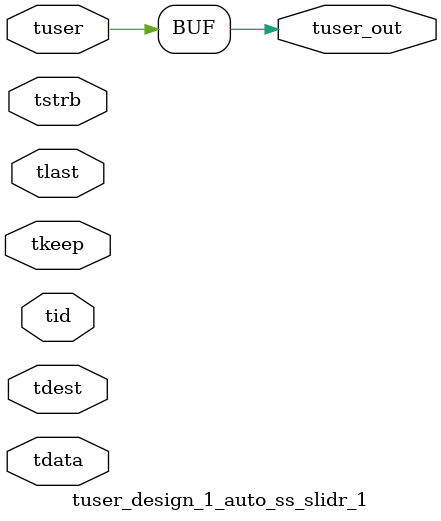
<source format=v>


`timescale 1ps/1ps

module tuser_design_1_auto_ss_slidr_1 #
(
parameter C_S_AXIS_TUSER_WIDTH = 1,
parameter C_S_AXIS_TDATA_WIDTH = 32,
parameter C_S_AXIS_TID_WIDTH   = 0,
parameter C_S_AXIS_TDEST_WIDTH = 0,
parameter C_M_AXIS_TUSER_WIDTH = 1
)
(
input  [(C_S_AXIS_TUSER_WIDTH == 0 ? 1 : C_S_AXIS_TUSER_WIDTH)-1:0     ] tuser,
input  [(C_S_AXIS_TDATA_WIDTH == 0 ? 1 : C_S_AXIS_TDATA_WIDTH)-1:0     ] tdata,
input  [(C_S_AXIS_TID_WIDTH   == 0 ? 1 : C_S_AXIS_TID_WIDTH)-1:0       ] tid,
input  [(C_S_AXIS_TDEST_WIDTH == 0 ? 1 : C_S_AXIS_TDEST_WIDTH)-1:0     ] tdest,
input  [(C_S_AXIS_TDATA_WIDTH/8)-1:0 ] tkeep,
input  [(C_S_AXIS_TDATA_WIDTH/8)-1:0 ] tstrb,
input                                                                    tlast,
output [C_M_AXIS_TUSER_WIDTH-1:0] tuser_out
);

assign tuser_out = {tuser[0:0]};

endmodule


</source>
